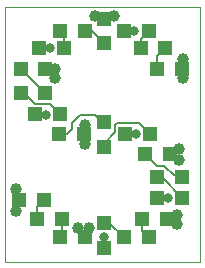
<source format=gtl>
G75*
%MOIN*%
%OFA0B0*%
%FSLAX24Y24*%
%IPPOS*%
%LPD*%
%AMOC8*
5,1,8,0,0,1.08239X$1,22.5*
%
%ADD10C,0.0000*%
%ADD11R,0.0472X0.0472*%
%ADD12C,0.0397*%
%ADD13C,0.0060*%
%ADD14C,0.0317*%
D10*
X002392Y002517D02*
X002392Y011017D01*
X008892Y011017D01*
X008892Y002517D01*
X002392Y002517D01*
D11*
X003478Y003954D03*
X003680Y004579D03*
X004305Y003954D03*
X004228Y003329D03*
X005055Y003329D03*
X005704Y002978D03*
X006353Y003329D03*
X005704Y003805D03*
X006978Y003954D03*
X007180Y003329D03*
X007805Y003954D03*
X007478Y004642D03*
X007478Y005329D03*
X007067Y006090D03*
X007232Y006767D03*
X007893Y006090D03*
X008305Y005329D03*
X008305Y004642D03*
X006405Y006767D03*
X005704Y007180D03*
X005037Y006774D03*
X005704Y006353D03*
X004210Y006774D03*
X004232Y007428D03*
X003405Y007428D03*
X003743Y008142D03*
X003743Y008954D03*
X003541Y009642D03*
X004228Y010204D03*
X004368Y009642D03*
X005055Y010204D03*
X005704Y009791D03*
X006353Y010204D03*
X006916Y009642D03*
X007180Y010204D03*
X007743Y009642D03*
X007478Y008954D03*
X008305Y008954D03*
X005704Y010618D03*
X002916Y008954D03*
X002916Y008142D03*
X002853Y004579D03*
D12*
X002767Y004204D03*
X002767Y004954D03*
X004829Y003642D03*
X005204Y003642D03*
X005079Y006454D03*
X005079Y007079D03*
X004079Y008642D03*
X004079Y008954D03*
X005392Y010704D03*
X006017Y010704D03*
X008329Y009267D03*
X008329Y008642D03*
X008204Y006267D03*
X008204Y005892D03*
X008142Y004079D03*
X008142Y003767D03*
D13*
X008142Y004079D01*
X008017Y003954D01*
X007805Y003954D01*
X007829Y004642D02*
X007478Y004642D01*
X007478Y005329D02*
X007618Y005329D01*
X008305Y004642D01*
X008305Y005329D02*
X008243Y005392D01*
X008017Y005392D01*
X007704Y005704D01*
X007454Y005704D01*
X007193Y005965D01*
X007193Y006027D01*
X007067Y006090D01*
X007232Y006767D02*
X006857Y007142D01*
X006142Y007142D01*
X006079Y007079D01*
X006079Y006829D01*
X005704Y006454D01*
X005704Y006353D01*
X005079Y006454D02*
X005079Y006732D01*
X005037Y006774D01*
X005079Y006817D01*
X005079Y007079D01*
X004892Y007392D02*
X005392Y007392D01*
X005603Y007180D01*
X005704Y007180D01*
X006405Y006767D02*
X006767Y006767D01*
X007893Y006090D02*
X008006Y006090D01*
X008204Y005892D01*
X008204Y006267D01*
X008329Y008642D02*
X008329Y008930D01*
X008305Y008954D01*
X008329Y008978D01*
X008329Y009267D01*
X007743Y009642D02*
X007478Y009377D01*
X007478Y008954D01*
X006916Y009642D02*
X006916Y009940D01*
X007180Y010204D01*
X006704Y010204D02*
X006353Y010204D01*
X006204Y010055D01*
X005704Y009791D02*
X005291Y010204D01*
X005055Y010204D01*
X005392Y010704D02*
X005680Y010704D01*
X005704Y010618D01*
X005791Y010704D01*
X006017Y010704D01*
X005728Y010704D02*
X005704Y010618D01*
X004368Y010204D02*
X004368Y009642D01*
X003892Y009642D02*
X003541Y009642D01*
X003743Y008954D02*
X004079Y008954D01*
X004079Y008642D01*
X003743Y008142D02*
X002930Y008954D01*
X002916Y008954D01*
X002916Y008142D02*
X003017Y008142D01*
X003392Y007767D01*
X003893Y007767D01*
X004232Y007428D01*
X003767Y007392D02*
X003730Y007428D01*
X003405Y007428D01*
X004210Y006774D02*
X004462Y006774D01*
X004642Y006954D01*
X004642Y007142D01*
X004892Y007392D01*
X002767Y004954D02*
X002767Y004666D01*
X002853Y004579D01*
X002767Y004493D01*
X002767Y004204D01*
X003478Y004377D02*
X003478Y003954D01*
X003478Y004377D02*
X003680Y004377D01*
X003680Y004579D01*
X004305Y003954D02*
X004305Y003406D01*
X004228Y003329D01*
X004829Y003555D02*
X005055Y003329D01*
X004829Y003555D02*
X004829Y003642D01*
X005204Y003642D01*
X005704Y003805D02*
X005877Y003805D01*
X006353Y003329D01*
X005704Y003329D02*
X005704Y002978D01*
X006978Y003531D02*
X007180Y003329D01*
X006978Y003531D02*
X006978Y003954D01*
X004368Y010204D02*
X004228Y010204D01*
D14*
X003892Y009642D03*
X003767Y007392D03*
X006704Y010204D03*
X006767Y006767D03*
X007829Y004642D03*
X005704Y003329D03*
M02*

</source>
